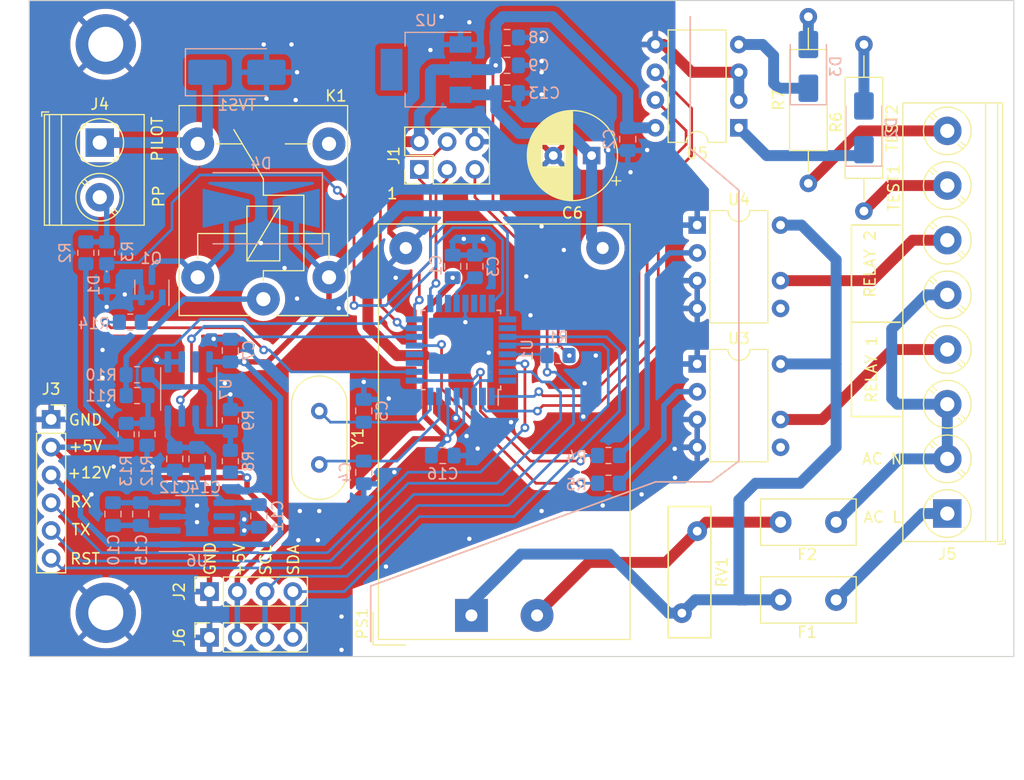
<source format=kicad_pcb>
(kicad_pcb (version 20221018) (generator pcbnew)
  (layers (0 "F.Cu" signal) (31 "B.Cu" signal) (34 "B.Paste" user) (35 "F.Paste" user) (36 "B.SilkS" user "B.Silkscreen") (37 "F.SilkS" user "F.Silkscreen") (38 "B.Mask" user) (39 "F.Mask" user) (44 "Edge.Cuts" user))
  (net 0 "")
  (net 1 "+5V")
  (net 2 "Net-(U1-AREF)")
  (net 3 "GND")
  (net 4 "Net-(U1-XTAL1{slash}PB6)")
  (net 5 "Net-(U1-XTAL2{slash}PB7)")
  (net 6 "+12V")
  (net 7 "Net-(U6-CAP+)")
  (net 8 "Net-(U6-CAP-)")
  (net 9 "-12V")
  (net 10 "/PPREAD")
  (net 11 "Net-(D2-K)")
  (net 12 "Net-(D2-A)")
  (net 13 "Net-(D3-K)")
  (net 14 "Net-(D3-A)")
  (net 15 "/AC_L")
  (net 16 "/AC_L_FUSED")
  (net 17 "/AC_N")
  (net 18 "/AC_N_FUSED")
  (net 19 "/MISO")
  (net 20 "/SCK")
  (net 21 "/MOSI")
  (net 22 "/RST")
  (net 23 "/SCL")
  (net 24 "/SDA")
  (net 25 "/UART_RX")
  (net 26 "/UART_TX")
  (net 27 "/PILOT")
  (net 28 "/PP")
  (net 29 "/ACRELAY1")
  (net 30 "/AC_RELAY2")
  (net 31 "/ACTEST1")
  (net 32 "/ACTEST2")
  (net 33 "/PILOT_AO")
  (net 35 "Net-(Q1-B)")
  (net 36 "/AC_RELAY_CNTRL_2")
  (net 37 "Net-(R4-Pad2)")
  (net 38 "/AC_RELAY_CNTRL_1")
  (net 39 "Net-(R5-Pad2)")
  (net 40 "Net-(U7A--)")
  (net 41 "Net-(R10-Pad1)")
  (net 42 "/PILOTREAD")
  (net 43 "/PILOT_DISCONNECT")
  (net 46 "/PWM")
  (net 54 "/AC_TEST_OUT2")
  (net 55 "/AC_TEST_OUT1")
  (net 58 "Net-(D4-A)")
  (footprint "Package_DIP:DIP-8-N7_W7.62mm" (layer "F.Cu") (at 226.06 49.54)
    (fp_text reference "U4")
    (fp_text value "AQH1213")
  )
  (footprint "Varistor:RV_Disc_D12mm_W3.9mm_P7.5mm" (layer "F.Cu") (at 224.66 85.03 90)
    (fp_text reference "RV1")
    (fp_text value "Varistor")
  )
  (footprint "TerminalBlock_Phoenix:TerminalBlock_Phoenix_PT-1,5-2-5.0-H_1x02_P5.00mm_Horizontal" (layer "F.Cu") (at 171.45 41.99 -90)
    (fp_text reference "J4")
    (fp_text value "Conn_01x02")
  )
  (footprint "Connector_PinSocket_2.54mm:PinSocket_1x06_P2.54mm_Vertical" (layer "F.Cu") (at 167.005 67.31)
    (fp_text reference "J3")
    (fp_text value "Conn_01x06")
  )
  (footprint "Capacitor_THT:CP_Radial_D8.0mm_P3.50mm" (layer "F.Cu") (at 216.408 43.18 180)
    (fp_text reference "C6")
    (fp_text value "100u")
  )
  (footprint "TerminalBlock_Phoenix:TerminalBlock_Phoenix_PT-1,5-8-5.0-H_1x08_P5.00mm_Horizontal" (layer "F.Cu") (at 248.92 75.92 90)
    (fp_text reference "J5")
    (fp_text value "Conn_01x08")
  )
  (footprint "Fuse:Fuse_Littelfuse_395Series" (layer "F.Cu") (at 238.76 76.708 180)
    (fp_text reference "F2")
    (fp_text value "1A")
  )
  (footprint "Package_DIP:DIP-8-N7_W7.62mm" (layer "F.Cu") (at 226.06 62.24)
    (fp_text reference "U3")
    (fp_text value "AQH1213")
  )
  (footprint "Connector_PinSocket_2.54mm:PinSocket_1x04_P2.54mm_Vertical" (layer "F.Cu") (at 181.483 83.058 90)
    (fp_text reference "J2")
    (fp_text value "Conn_01x04")
  )
  (footprint "Resistor_THT:R_Axial_DIN0309_L9.0mm_D3.2mm_P15.24mm_Horizontal" (layer "F.Cu") (at 236.22 45.72 90)
    (fp_text reference "R7")
    (fp_text value "330k")
  )
  (footprint "Connector_PinHeader_2.54mm:PinHeader_2x03_P2.54mm_Vertical" (layer "F.Cu") (at 200.66 44.45 90)
    (fp_text reference "J1")
    (fp_text value "AVR-ISP-6")
  )
  (footprint "MountingHole:MountingHole_3.2mm_M3_ISO14580" (layer "F.Cu") (at 249 33)
    (fp_text reference "H1" hide)
    (fp_text value "MountingHole_Pad")
  )
  (footprint "Connector_PinSocket_2.54mm:PinSocket_1x04_P2.54mm_Vertical" (layer "F.Cu") (at 181.483 87.249 90)
    (fp_text reference "J6")
    (fp_text value "Conn_01x04")
  )
  (footprint "Resistor_THT:R_Axial_DIN0309_L9.0mm_D3.2mm_P15.24mm_Horizontal" (layer "F.Cu") (at 241.3 48.26 90)
    (fp_text reference "R6")
    (fp_text value "330k")
  )
  (footprint "MountingHole:MountingHole_3.2mm_M3_ISO14580" (layer "F.Cu") (at 249 84)
    (fp_text reference "H2" hide)
    (fp_text value "MountingHole_Pad")
  )
  (footprint "Relay_THT:Relay_SPDT_Finder_36.11" (layer "F.Cu") (at 186.405 56.31 90)
    (fp_text reference "K1")
    (fp_text value "FINDER-36.11")
  )
  (footprint "Fuse:Fuse_Littelfuse_395Series" (layer "F.Cu") (at 238.76 83.82 180)
    (fp_text reference "F1")
    (fp_text value "1A")
  )
  (footprint "ACDC:Converter_ACDC_Hi-Link_HLK-5MXX_THT" (layer "F.Cu") (at 205.4225 85.2375 90)
    (fp_text reference "PS1")
    (fp_text value "HLK-5M12")
  )
  (footprint "Package_DIP:DIP-8_W7.62mm" (layer "F.Cu") (at 229.86 40.64 180)
    (fp_text reference "U5")
    (fp_text value "HCPL2731")
  )
  (footprint "Crystal:Crystal_HC49-U_Vertical" (layer "F.Cu") (at 191.516 66.548 -90)
    (fp_text reference "Y1")
    (fp_text value "20M")
  )
  (footprint "MountingHole:MountingHole_3.2mm_M3_ISO14580_Pad_TopBottom" (layer "F.Cu") (at 172 85)
    (fp_text reference "H3" hide)
    (fp_text value "MountingHole_Pad")
  )
  (footprint "Capacitor_SMD:C_0805_2012Metric_Pad1.18x1.45mm_HandSolder" (layer "B.Cu") (at 195.58 66.5265 90)
    (fp_text reference "C5")
    (fp_text value "22p")
  )
  (footprint "Capacitor_SMD:C_0805_2012Metric_Pad1.18x1.45mm_HandSolder" (layer "B.Cu") (at 172.655 75.9675 90)
    (fp_text reference "C10")
    (fp_text value "4u7")
  )
  (footprint "MountingHole:MountingHole_3.2mm_M3_ISO14580_Pad_TopBottom" (layer "B.Cu") (at 172 33 180)
    (fp_text reference "H4" hide)
    (fp_text value "MountingHole_Pad")
  )
  (footprint "Capacitor_SMD:C_0805_2012Metric_Pad1.18x1.45mm_HandSolder" (layer "B.Cu") (at 208.6825 32.385)
    (fp_text reference "C8")
    (fp_text value "4u7")
  )
  (footprint "Resistor_SMD:R_0805_2012Metric_Pad1.20x1.40mm_HandSolder" (layer "B.Cu") (at 174.863 65.131)
    (fp_text reference "R11")
    (fp_text value "200k")
  )
  (footprint "Capacitor_SMD:C_0805_2012Metric_Pad1.18x1.45mm_HandSolder" (layer "B.Cu") (at 203.708 53.3185 90)
    (fp_text reference "C1")
    (fp_text value "100n")
  )
  (footprint "Capacitor_SMD:C_0805_2012Metric_Pad1.18x1.45mm_HandSolder" (layer "B.Cu") (at 178.308 70.9195 -90)
    (fp_text reference "C12")
    (fp_text value "100n")
  )
  (footprint "Resistor_SMD:R_0805_2012Metric_Pad1.20x1.40mm_HandSolder" (layer "B.Cu") (at 175.768 68.671 -90)
    (fp_text reference "R12")
    (fp_text value "100k")
  )
  (footprint "Resistor_SMD:R_0805_2012Metric_Pad1.20x1.40mm_HandSolder" (layer "B.Cu") (at 217.948 70.612)
    (fp_text reference "R4")
    (fp_text value "330")
  )
  (footprint "Resistor_SMD:R_0805_2012Metric_Pad1.20x1.40mm_HandSolder" (layer "B.Cu") (at 170.18 52.0725 90)
    (fp_text reference "R2")
    (fp_text value "1k")
  )
  (footprint "Resistor_SMD:R_0805_2012Metric_Pad1.20x1.40mm_HandSolder" (layer "B.Cu") (at 172.085 52.0725 -90)
    (fp_text reference "R3")
    (fp_text value "10k")
  )
  (footprint "Capacitor_SMD:C_0805_2012Metric_Pad1.18x1.45mm_HandSolder" (layer "B.Cu") (at 180.34 70.9195 -90)
    (fp_text reference "C14")
    (fp_text value "4u7")
  )
  (footprint "Capacitor_SMD:C_0805_2012Metric_Pad1.18x1.45mm_HandSolder" (layer "B.Cu") (at 208.6825 34.925)
    (fp_text reference "C9")
    (fp_text value "100n")
  )
  (footprint "Diode_SMD:D_0402_1005Metric_Pad0.77x0.64mm_HandSolder" (layer "B.Cu") (at 172.085 55.04 -90)
    (fp_text reference "D1")
    (fp_text value "1N4148")
  )
  (footprint "Resistor_SMD:R_0805_2012Metric_Pad1.20x1.40mm_HandSolder" (layer "B.Cu") (at 183.388 71.136 90)
    (fp_text reference "R8")
    (fp_text value "100k")
  )
  (footprint "Package_TO_SOT_SMD:SOT-223-3_TabPin2" (layer "B.Cu") (at 201.27 35.32 180)
    (fp_text reference "U2")
    (fp_text value "AMS1117-5.0")
  )
  (footprint "Resistor_SMD:R_0805_2012Metric_Pad1.20x1.40mm_HandSolder" (layer "B.Cu") (at 213.344 61.468 180)
    (fp_text reference "R1")
    (fp_text value "10k")
  )
  (footprint "Resistor_SMD:R_0805_2012Metric_Pad1.20x1.40mm_HandSolder" (layer "B.Cu") (at 173.863 68.671 -90)
    (fp_text reference "R13")
    (fp_text value "56k")
  )
  (footprint "Diode_SMD:D_SMB_Handsoldering" (layer "B.Cu") (at 183.99 35.56)
    (fp_text reference "TVS1")
    (fp_text value "P6SMB16CA")
  )
  (footprint "Capacitor_SMD:C_0805_2012Metric_Pad1.18x1.45mm_HandSolder" (layer "B.Cu") (at 208.6825 37.465)
    (fp_text reference "C13")
    (fp_text value "100n")
  )
  (footprint "Capacitor_SMD:C_0805_2012Metric_Pad1.18x1.45mm_HandSolder" (layer "B.Cu") (at 175.195 75.9675 90)
    (fp_text reference "C15")
    (fp_text value "4u7")
  )
  (footprint "Capacitor_SMD:C_0805_2012Metric_Pad1.18x1.45mm_HandSolder" (layer "B.Cu") (at 195.58 72.1575 -90)
    (fp_text reference "C4")
    (fp_text value "22p")
  )
  (footprint "Capacitor_SMD:C_0805_2012Metric_Pad1.18x1.45mm_HandSolder" (layer "B.Cu") (at 183.388 61.0135 90)
    (fp_text reference "C7")
    (fp_text value "100n")
  )
  (footprint "Package_SO:SOIC-8_3.9x4.9mm_P1.27mm" (layer "B.Cu") (at 180.34 76.835)
    (fp_text reference "U6")
    (fp_text value "LTC1044")
  )
  (footprint "Package_QFP:TQFP-32_7x7mm_P0.8mm" (layer "B.Cu") (at 204.47 60.96 90)
    (fp_text reference "U1")
    (fp_text value "ATmega328-A")
  )
  (footprint "Resistor_SMD:R_0805_2012Metric_Pad1.20x1.40mm_HandSolder" (layer "B.Cu") (at 217.948 73.152)
    (fp_text reference "R5")
    (fp_text value "330")
  )
  (footprint "Diode_SMD:D_SMA" (layer "B.Cu") (at 241.3 40.64 90)
    (fp_text reference "D2")
    (fp_text value "MBRA340")
  )
  (footprint "Capacitor_SMD:C_0805_2012Metric_Pad1.18x1.45mm_HandSolder" (layer "B.Cu") (at 202.7975 70.612)
    (fp_text reference "C16")
    (fp_text value "100n")
  )
  (footprint "Capacitor_SMD:C_0805_2012Metric_Pad1.18x1.45mm_HandSolder" (layer "B.Cu") (at 219.71 41.6775 -90)
    (fp_text reference "C2")
    (fp_text value "100n")
  )
  (footprint "Diode_SMD:D_SMA" (layer "B.Cu") (at 236.22 35.02 90)
    (fp_text reference "D3")
    (fp_text value "MBRA340")
  )
  (footprint "Resistor_SMD:R_0805_2012Metric_Pad1.20x1.40mm_HandSolder" (layer "B.Cu") (at 174.863 63.226 180)
    (fp_text reference "R10")
    (fp_text value "620")
  )
  (footprint "Capacitor_SMD:C_0805_2012Metric_Pad1.18x1.45mm_HandSolder" (layer "B.Cu") (at 185.99 76.1375 -90)
    (fp_text reference "C11")
    (fp_text value "4u7")
  )
  (footprint "Package_SO:SOIC-8_3.9x4.9mm_P1.27mm" (layer "B.Cu") (at 179.578 64.526 90)
    (fp_text reference "U7")
    (fp_text value "LMV358")
  )
  (footprint "Diode_SMD:D_SMB-SMC_Universal_Handsoldering" (layer "B.Cu") (at 186.2 48 180)
    (fp_text reference "D4")
    (fp_text value "D")
  )
  (footprint "Package_TO_SOT_SMD:SOT-23" (layer "B.Cu") (at 176.215 55.215 90)
    (fp_text reference "Q1")
    (fp_text value "MMBT5550L")
  )
  (footprint "Resistor_SMD:R_0805_2012Metric_Pad1.20x1.40mm_HandSolder" (layer "B.Cu") (at 183.388 67.401 90)
    (fp_text reference "R9")
    (fp_text value "100k")
  )
  (footprint "Capacitor_SMD:C_0805_2012Metric_Pad1.18x1.45mm_HandSolder" (layer "B.Cu") (at 205.74 53.3185 90)
    (fp_text reference "C3")
    (fp_text value "100n")
  )
  (footprint "Resistor_SMD:R_0805_2012Metric_Pad1.20x1.40mm_HandSolder" (layer "B.Cu") (at 174.244 58.42)
    (fp_text reference "R14")
    (fp_text value "330")
  )
  (gr_line (start 222.25 73.025) (end 227.33 73.025) (stroke (width 0.15)) (layer "B.SilkS"))
  (gr_line (start 229.87 46.355) (end 225.425 42.545) (stroke (width 0.15)) (layer "B.SilkS"))
  (gr_line (start 227.33 73.025) (end 229.87 71.12) (stroke (width 0.15)) (layer "B.SilkS"))
  (gr_line (start 229.87 71.12) (end 229.87 46.355) (stroke (width 0.15)) (layer "B.SilkS"))
  (gr_line (start 225.425 42.545) (end 225.425 30.48) (stroke (width 0.15)) (layer "B.SilkS"))
  (gr_line (start 196.215 82.55) (end 222.25 73.025) (stroke (width 0.15)) (layer "B.SilkS"))
  (gr_line (start 196.215 87.63) (end 196.215 82.55) (stroke (width 0.15)) (layer "B.SilkS"))
  (gr_line (start 240.157 58.42) (end 240.157 49.53) (stroke (width 0.15)) (layer "F.SilkS"))
  (gr_line (start 240.157 67.056) (end 240.157 58.42) (stroke (width 0.15)) (layer "F.SilkS"))
  (gr_line (start 240.157 49.53) (end 244.602 49.53) (stroke (width 0.15)) (layer "F.SilkS"))
  (gr_line (start 244.602 67.056) (end 240.157 67.056) (stroke (width 0.15)) (layer "F.SilkS"))
  (gr_line (start 240.157 58.42) (end 244.602 58.42) (stroke (width 0.15)) (layer "F.SilkS"))
  (gr_line (start 255 89) (end 255 29) (stroke (width 0.1)) (layer "Edge.Cuts"))
  (gr_line (start 165 29) (end 165 89) (stroke (width 0.1)) (layer "Edge.Cuts"))
  (gr_line (start 165 89) (end 255 89) (stroke (width 0.1)) (layer "Edge.Cuts"))
  (gr_line (start 255 29) (end 165 29) (stroke (width 0.1)) (layer "Edge.Cuts"))
  (gr_text "AC N" (at 241.046 71.501) (layer "F.SilkS") (effects (font (size 1 1)) (justify left bottom)))
  (gr_text "1" (at 197.612 47.244) (layer "F.SilkS") (effects (font (size 1 1)) (justify left bottom)))
  (gr_text "TEST1" (at 244.602 48.387 90) (layer "F.SilkS") (effects (font (size 1 1)) (justify left bottom)))
  (gr_text "GND" (at 168.529 67.945) (layer "F.SilkS") (effects (font (size 1 1)) (justify left bottom)))
  (gr_text "SCL" (at 187.198 81.661 90) (layer "F.SilkS") (effects (font (size 1 1)) (justify left bottom)))
  (gr_text "RELAY 2" (at 242.443 56.261 90) (layer "F.SilkS") (effects (font (size 1 1)) (justify left bottom)))
  (gr_text "+12V" (at 168.402 72.771) (layer "F.SilkS") (effects (font (size 1 1)) (justify left bottom)))
  (gr_text "TX" (at 168.783 77.978) (layer "F.SilkS") (effects (font (size 1 1)) (justify left bottom)))
  (gr_text "RX" (at 168.656 75.438) (layer "F.SilkS") (effects (font (size 1 1)) (justify left bottom)))
  (gr_text "SDA" (at 189.738 81.661 90) (layer "F.SilkS") (effects (font (size 1 1)) (justify left bottom)))
  (gr_text "RST" (at 168.656 80.645) (layer "F.SilkS") (effects (font (size 1 1)) (justify left bottom)))
  (gr_text "GND" (at 182.118 81.661 90) (layer "F.SilkS") (effects (font (size 1 1)) (justify left bottom)))
  (gr_text "PILOT" (at 177.292 43.815 90) (layer "F.SilkS") (effects (font (size 1 1)) (justify left bottom)))
  (gr_text "PP" (at 177.419 48.006 90) (layer "F.SilkS") (effects (font (size 1 1)) (justify left bottom)))
  (gr_text "TEST2" (at 244.475 42.926 90) (layer "F.SilkS") (effects (font (size 1 1)) (justify left bottom)))
  (gr_text "+5V" (at 168.529 70.358) (layer "F.SilkS") (effects (font (size 1 1)) (justify left bottom)))
  (gr_text "+5V" (at 184.785 81.788 90) (layer "F.SilkS") (effects (font (size 1 1)) (justify left bottom)))
  (gr_text "AC L" (at 241.173 76.835) (layer "F.SilkS") (effects (font (size 1 1)) (justify left bottom)))
  (gr_text "RELAY 1" (at 242.57 65.913 90) (layer "F.SilkS") (effects (font (size 1 1)) (justify left bottom)))
  (segment (start 203.2 69.088) (end 200.152 69.088) (width 0.5) (layer "F.Cu") (net 1))
  (segment (start 200.152 69.088) (end 192.024 77.216) (width 0.5) (layer "F.Cu") (net 1))
  (segment (start 207.391 47.498) (end 207.391 35.179) (width 0.25) (layer "F.Cu") (net 1))
  (segment (start 188.595 77.216) (end 184.023 81.788) (width 0.5) (layer "F.Cu") (net 1))
  (segment (start 203.708 54.356) (end 203.708 54.365305) (width 0.25) (layer "F.Cu") (net 1))
  (segment (start 192.024 77.216) (end 188.595 77.216) (width 0.5) (layer "F.Cu") (net 1))
  (segment (start 203.708 54.365305) (end 203.708 54.864) (width 0.5) (layer "F.Cu") (net 1))
  (segment (start 201.168 61.468) (end 201.168 67.056) (width 0.5) (layer "F.Cu") (net 1))
  (segment (start 184.912 72.644) (end 169.799 72.644) (width 0.5) (layer "F.Cu") (net 1))
  (segment (start 201.168 57.404) (end 201.168 61.468) (width 0.5) (layer "F.Cu") (net 1))
  (segment (start 195.961 58.801) (end 198.628 61.468) (width 1) (layer "F.Cu") (net 1))
  (segment (start 198.628 61.468) (end 201.168 61.468) (width 1) (layer "F.Cu") (net 1))
  (segment (start 214.376 61.468) (end 213.36 60.452) (width 0.25) (layer "F.Cu") (net 1))
  (segment (start 184.912 73.787) (end 188.341 77.216) (width 0.5) (layer "F.Cu") (net 1))
  (segment (start 188.341 77.216) (end 192.024 77.216) (width 0.5) (layer "F.Cu") (net 1))
  (segment (start 184.912 72.644) (end 184.912 73.787) (width 0.5) (layer "F.Cu") (net 1))
  (segment (start 169.799 72.644) (end 167.005 69.85) (width 0.5) (layer "F.Cu") (net 1))
  (segment (start 200.66 41.91) (end 198.374 41.91) (width 1) (layer "F.Cu") (net 1))
  (segment (start 213.36 53.467) (end 207.391 47.498) (width 0.25) (layer "F.Cu") (net 1))
  (segment (start 207.391 35.179) (end 207.645 34.925) (width 0.25) (layer "F.Cu") (net 1))
  (segment (start 203.708 54.864) (end 201.168 57.404) (width 0.5) (layer "F.Cu") (net 1))
  (segment (start 195.961 44.323) (end 195.961 58.801) (width 1) (layer "F.Cu") (net 1))
  (segment (start 198.374 41.91) (end 195.961 44.323) (width 1) (layer "F.Cu") (net 1))
  (segment (start 184.023 81.788) (end 184.023 83.058) (width 0.5) (layer "F.Cu") (net 1))
  (segment (start 213.36 60.452) (end 213.36 53.467) (width 0.25) (layer "F.Cu") (net 1))
  (segment (start 201.168 67.056) (end 203.2 69.088) (width 0.5) (layer "F.Cu") (net 1))
  (via (at 207.645 34.925) (size 0.8) (drill 0.4) (layers "F.Cu" "B.Cu") (net 1))
  (via (at 203.708 54.356) (size 0.8) (drill 0.4) (layers "F.Cu" "B.Cu") (net 1))
  (via (at 214.376 61.468) (size 0.8) (drill 0.4) (layers "F.Cu" "B.Cu") (net 1))
  (via (at 184.912 72.644) (size 0.8) (drill 0.4) (layers "F.Cu" "B.Cu") (net 1))
  (via (at 203.2 69.088) (size 0.8) (drill 0.4) (layers "F.Cu" "B.Cu") (net 1))
  (segment (start 204.724 65.356) (end 204.724 67.564) (width 0.25) (layer "B.Cu") (net 1))
  (segment (start 204.724 67.564) (end 203.2 69.088) (width 0.25) (layer "B.Cu") (net 1))
  (segment (start 203.27 65.21) (end 203.27 69.018) (width 0.25) (layer "B.Cu") (net 1))
  (segment (start 212.852 30.48) (end 219.71 37.338) (width 1) (layer "B.Cu") (net 1))
  (segment (start 183.388 72.136) (end 184.404 72.136) (width 0.25) (layer "B.Cu") (net 1))
  (segment (start 201.916 35.32) (end 204.42 35.32) (width 1) (layer "B.Cu") (net 1))
  (segment (start 167.005 69.85) (end 173.684 69.85) (width 0.5) (layer "B.Cu") (net 1))
  (segment (start 208.28 30.48) (end 212.852 30.48) (width 1) (layer "B.Cu") (net 1))
  (segment (start 202.47 55.66) (end 203.708 54.422) (width 0.25) (layer "B.Cu") (net 1))
  (segment (start 219.71 40.64) (end 222.24 40.64) (width 1) (layer "B.Cu") (net 1))
  (segment (start 214.344 61.468) (end 214.376 61.468) (width 0.25) (layer "B.Cu") (net 1))
  (segment (start 200.66 39.37) (end 201.676 38.354) (width 1) (layer "B.Cu") (net 1))
  (segment (start 207.25 35.32) (end 207.645 34.925) (width 1) (layer "B.Cu") (net 1))
  (segment (start 201.676 35.56) (end 201.916 35.32) (width 1) (layer "B.Cu") (net 1))
  (segment (start 202.47 56.71) (end 202.47 55.66) (width 0.25) (layer "B.Cu") (net 1))
  (segment (start 207.645 31.115) (end 208.28 30.48) (width 1) (layer "B.Cu") (net 1))
  (segment (start 173.684 69.85) (end 173.863 69.671) (width 0.25) (layer "B.Cu") (net 1))
  (segment (start 203.27 69.018) (end 203.2 69.088) (width 0.25) (layer "B.Cu") (net 1))
  (segment (start 207.645 32.385) (end 207.645 34.925) (width 1) (layer "B.Cu") (net 1))
  (segment (start 203.708 54.422) (end 203.708 54.356) (width 0.25) (layer "B.Cu") (net 1))
  (segment (start 201.676 38.354) (end 201.676 35.56) (width 1) (layer "B.Cu") (net 1))
  (segment (start 204.42 35.32) (end 207.25 35.32) (width 1) (layer "B.Cu") (net 1))
  (segment (start 219.71 37.338) (end 219.71 40.64) (width 1) (layer "B.Cu") (net 1))
  (segment (start 207.645 32.385) (end 207.645 31.115) (width 1) (layer "B.Cu") (net 1))
  (segment (start 200.66 41.91) (end 200.66 39.37) (width 1) (layer "B.Cu") (net 1))
  (segment (start 184.023 87.249) (end 184.023 83.058) (width 0.5) (layer "B.Cu") (net 1))
  (segment (start 201.76 70.528) (end 203.2 69.088) (width 0.5) (layer "B.Cu") (net 1))
  (segment (start 170.18 53.0725) (end 170.18 65.988) (width 0.5) (layer "B.Cu") (net 1))
  (segment (start 184.404 72.136) (end 184.912 72.644) (width 0.25) (layer "B.Cu") (net 1))
  (segment (start 201.76 70.612) (end 201.76 70.528) (width 0.5) (layer "B.Cu") (net 1))
  (segment (start 204.87 65.21) (end 204.724 65.356) (width 0.25) (layer "B.Cu") (net 1))
  (segment (start 170.18 65.988) (end 173.863 69.671) (width 0.5) (layer "B.Cu") (net 1))
  (segment (start 204.07 56.71) (end 204.07 55.66) (width 0.25) (layer "B.Cu") (net 2))
  (segment (start 204.07 55.66) (end 205.374 54.356) (width 0.25) (layer "B.Cu") (net 2))
  (segment (start 205.374 54.356) (end 205.74 54.356) (width 0.25) (layer "B.Cu") (net 2))
  (segment (start 225.552 35.56) (end 223.012 33.02) (width 1) (layer "F.Cu") (net 3))
  (segment (start 203.9945 67.183) (end 203.9945 67.8505) (width 0.25) (layer "F.Cu") (net 3))
  (segment (start 229.86 35.56) (end 225.552 35.56) (width 1) (layer "F.Cu") (net 3))
  (segment (start 203.9945 67.8505) (end 204.978 68.834) (width 0.25) (layer "F.Cu") (net 3))
  (segment (start 223.012 33.02) (end 222.24 33.02) (width 1) (layer "F.Cu") (net 3))
  (via (at 189.738 75.692) (size 0.8) (drill 0.4) (layers "F.Cu" "B.Cu") (net 3))
  (via (at 210.82 57.785) (size 0.8) (drill 0.4) (layers "F.Cu" "B.Cu") (net 3))
  (via (at 189.484 56.261) (size 0.8) (drill 0.4) (layers "F.Cu" "B.Cu") (net 3))
  (via (at 217.932 42.672) (size 0.8) (drill 0.4) (layers "F.Cu" "B.Cu") (net 3))
  (via (at 184.658 76.454) (size 0.8) (drill 0.4) (layers "F.Cu" "B.Cu") (net 3))
  (via (at 188.341 53.467) (size 0.8) (drill 0.4) (layers "F.Cu" "B.Cu") (net 3))
  (via (at 198.501 54.356) (size 0.8) (drill 0.4) (layers "F.Cu" "B.Cu") (net 3))
  (via (at 224 70) (size 0.8) (drill 0.4) (layers "F.Cu" "B.Cu") (net 3))
  (via (at 215.773 64.008) (size 0.8) (drill 0.4) (layers "F.Cu" "B.Cu") (net 3))
  (via (at 206.502 50.8) (size 0.8) (drill 0.4) (layers "F.Cu" "B.Cu") (net 3))
  (via (at 207.01 61.214) (size 0.8) (drill 0.4) (layers "F.Cu" "B.Cu") (net 3))
  (via (at 213.868 51.816) (size 0.8) (drill 0.4) (layers "F.Cu" "B.Cu") (net 3))
  (via (at 182.88 64.008) (size 0.8) (drill 0.4) (layers "F.Cu" "B.Cu") (net 3))
  (via (at 204.724 50.8) (size 0.8) (drill 0.4) (layers "F.Cu" "B.Cu") (net 3))
  (via (at 201.676 33.528) (size 0.8) (drill 0.4) (layers "F.Cu" "B.Cu") (net 3))
  (via (at 193.294 57.15) (size 0.8) (drill 0.4) (layers "F.Cu" "B.Cu") (net 3))
  (via (at 184.658 77.47) (size 0.8) (drill 0.4) (layers "F.Cu" "B.Cu") (net 3))
  (via (at 189.484 35.56) (size 0.8) (drill 0.4) (layers "F.Cu" "B.Cu") (net 3))
  (via (at 198.374 72.136) (size 0.8) (drill 0.4) (layers "F.Cu" "B.Cu") (net 3))
  (via (at 205.232 78.232) (size 0.8) (drill 0.4) (layers "F.Cu" "B.Cu") (net 3))
  (via (at 180.34 76.708) (size 0.8) (drill 0.4) (layers "F.Cu" "B.Cu") (net 3))
  (via (at 216.789 61.468) (size 0.8) (drill 0.4) (layers "F.Cu" "B.Cu") (net 3))
  (via (at 193.548 85.344) (size 0.8) (drill 0.4) (layers "F.Cu" "B.Cu") (net 3))
  (via (at 197.612 80.772) (size 0.8) (drill 0.4) (layers "F.Cu" "B.Cu") (net 3))
  (via (at 211.836 37.592) (size 0.8) (drill 0.4) (layers "F.Cu" "B.Cu") (net 3))
  (via (at 209.042 67.564) (size 0.8) (drill 0.4) (layers "F.Cu" "B.Cu") (net 3))
  (via (at 220.98 74.168) (size 0.8) (drill 0.4) (layers "F.Cu" "B.Cu") (net 3))
  (via (at 203.9945 67.183) (size 0.8) (drill 0.4) (layers "F.Cu" "B.Cu") (net 3))
  (via (at 191.389 78.359) (size 0.8) (drill 0.4) (layers "F.Cu" "B.Cu") (net 3))
  (via (at 180.34 75.184) (size 0.8) (drill 0.4) (layers "F.Cu" "B.Cu") (net 3))
  (via (at 171.704 63.5) (size 0.8) (drill 0.4) (layers "F.Cu" "B.Cu") (net 3))
  (via (at 217.424 75.184) (size 0.8) (drill 0.4) (layers "F.Cu" "B.Cu") (net 3))
  (via (at 211.836 32.512) (size 0.8) (drill 0.4) (layers "F.Cu" "B.Cu") (net 3))
  (via (at 170.688 74.168) (size 0.8) (drill 0.4) (layers "F.Cu" "B.Cu") (net 3))
  (via (at 186.182 51.181) (size 0.8) (drill 0.4) (layers "F.Cu" "B.Cu") (net 3))
  (via (at 211.836 34.544) (size 0.8) (drill 0.4) (layers "F.Cu" "B.Cu") (net 3))
  (via (at 173.736 55.88) (size 0.8) (drill 0.4) (layers "F.Cu" "B.Cu") (net 3))
  (via (at 183.388 65.024) (size 0.8) (drill 0.4) (layers "F.Cu" "B.Cu") (net 3))
  (via (at 191.516 75.692) (size 0.8) (drill 0.4) (layers "F.Cu" "B.Cu") (net 3))
  (via (at 205.994 69.977) (size 0.8) (drill 0.4) (layers "F.Cu" "B.Cu") (net 3))
  (via (at 210.439 54.229) (size 0.8) (drill 0.4) (layers "F.Cu" "B.Cu") (net 3))
  (via (at 171.704 60.96) (size 0.8) (drill 0.4) (layers "F.Cu" "B.Cu") (net 3))
  (via (at 211.836 75.692) (size 0.8) (drill 0.4) (layers "F.Cu" "B.Cu") (net 3))
  (via (at 221.488 42.672) (size 0.8) (drill 0.4) (layers "F.Cu" "B.Cu") (net 3))
  (via (at 181.864 59.944) (size 0.8) (drill 0.4) (layers "F.Cu" "B.Cu") (net 3))
  (via (at 211.836 49.657) (size 0.8) (drill 0.4) (layers "F.Cu" "B.Cu") (net 3))
  (via (at 215.646 67.056) (size 0.8) (drill 0.4) (layers "F.Cu" "B.Cu") (net 3))
  (via (at 195.58 63.881) (size 0.8) (drill 0.4) (layers "F.Cu" "B.Cu") (net 3))
  (via (at 172.72 71.628) (size 0.8) (drill 0.4) (layers "F.Cu" "B.Cu") (net 3))
  (via (at 219.964 44.704) (size 0.8) (drill 0.4) (layers "F.Cu" "B.Cu") (net 3))
  (via (at 176.276 71.628) (size 0.8) (drill 0.4) (layers "F.Cu" "B.Cu") (net 3))
  (via (at 211.836 35.56) (size 0.8) (drill 0.4) (layers "F.Cu" "B.Cu") (net 3))
  (via (at 197.866 65.405) (size 0.8) (drill 0.4) (layers "F.Cu" "B.Cu") (net 3))
  (via (at 202.692 30.48) (size 0.8) (drill 0.4) (layers "F.Cu" "B.Cu") (net 3))
  (via (at 189.611 78.359) (size 0.8) (drill 0.4) (layers "F.Cu" "B.Cu") (net 3))
  (via (at 204.87 58.42) (size 0.8) (drill 0.4) (layers "F.Cu" "B.Cu") (net 3))
  (via (at 172.085 57.023) (size 0.8) (drill 0.4) (layers "F.Cu" "B.Cu") (net 3))
  (via (at 204.978 68.834) (size 0.8) (drill 0.4) (layers "F.Cu" "B.Cu") (net 3))
  (via (at 189.357 38.1) (size 0.8) (drill 0.4) (layers "F.Cu" "B.Cu") (net 3))
  (via (at 205.232 30.988) (size 0.8) (drill 0.4) (layers "F.Cu" "B.Cu") (net 3))
  (via (at 193.548 88.392) (size 0.8) (drill 0.4) (layers "F.Cu" "B.Cu") (net 3))
  (via (at 172.212 66.04) (size 0.8) (drill 0.4) (layers "F.Cu" "B.Cu") (net 3))
  (via (at 224.028 72.644) (size 0.8) (drill 0.4) (layers "F.Cu" "B.Cu") (net 3))
  (via (at 186.436 33.02) (size 0.8) (drill 0.4) (layers "F.Cu" "B.Cu") (net 3))
  (via (at 188.976 33.02) (size 0.8) (drill 0.4) (layers "F.Cu" "B.Cu") (net 3))
  (via (at 176.657 61.849) (size 0.8) (drill 0.4) (layers "F.Cu" "B.Cu") (net 3))
  (via (at 186.69 37.973) (size 0.8) (drill 0.4) (layers "F.Cu" "B.Cu") (net 3))
  (segment (start 205.67 65.21) (end 205.67 66.478) (width 0.25) (layer "B.Cu") (net 3))
  (segment (start 207.01 63.754) (end 207.01 62.357) (width 0.25) (layer "B.Cu") (net 3))
  (segment (start 204.87 58.782) (end 204.851 58.801) (width 0.25) (layer "B.Cu") (net 3))
  (segment (start 204.87 56.71) (end 204.87 58.42) (width 0.25) (layer "B.Cu") (net 3))
  (segment (start 205.67 66.478) (end 207.01 67.818) (width 0.25) (layer "B.Cu") (net 3))
  (segment (start 204.07 67.1075) (end 203.9945 67.183) (width 0.25) (layer "B.Cu") (net 3))
  (segment (start 206.201 63.754) (end 207.01 63.754) (width 0.25) (layer "B.Cu") (net 3))
  (segment (start 204.87 58.782) (end 204.87 58.42) (width 0.25) (layer "B.Cu") (net 3))
  (segment (start 207.01 62.357) (end 207.01 61.214) (width 0.25) (layer "B.Cu") (net 3))
  (segment (start 229.86 38.1) (end 229.86 35.56) (width 1) (layer "B.Cu") (net 3))
  (segment (start 205.67 64.285) (end 206.201 63.754) (width 0.25) (layer "B.Cu") (net 3))
  (segment (start 205.67 65.21) (end 205.67 64.285) (width 0.25) (layer "B.Cu") (net 3))
  (segment (start 204.978 68.834) (end 204.978 68.961) (width 0.25) (layer "B.Cu") (net 3))
  (segment (start 204.978 68.961) (end 205.994 69.977) (width 0.25) (layer "B.Cu") (net 3))
  (segment (start 204.07 65.21) (end 204.07 67.1075) (width 0.25) (layer "B.Cu") (net 3))
  (segment (start 198.628 71.12) (end 195.58 71.12) (width 0.25) (layer "B.Cu") (net 4))
  (segment (start 202.47 67.278) (end 198.628 71.12) (width 0.25) (layer "B.Cu") (net 4))
  (segment (start 191.516 71.428) (end 191.824 71.12) (width 0.25) (layer "B.Cu") (net 4))
  (segment (start 202.47 65.21) (end 202.47 67.278) (width 0.25) (layer "B.Cu") (net 4))
  (segment (start 191.824 71.12) (end 195.58 71.12) (width 0.25) (layer "B.Cu") (net 4))
  (segment (start 201.67 65.21) (end 201.67 66.423604) (width 0.25) (layer "B.Cu") (net 5))
  (segment (start 191.516 66.548) (end 192.532 67.564) (width 0.25) (layer "B.Cu") (net 5))
  (segment (start 192.532 67.564) (end 195.58 67.564) (width 0.25) (layer "B.Cu") (net 5))
  (segment (start 201.67 66.423604) (end 200.529604 67.564) (width 0.25) (layer "B.Cu") (net 5))
  (segment (start 200.529604 67.564) (end 195.58 67.564) (width 0.25) (layer "B.Cu") (net 5))
  (segment (start 192.405 56.43132) (end 192.405 54.31) (width 0.5) (layer "F.Cu") (net 6))
  (segment (start 186.78532 62.051) (end 192.405 56.43132) (width 0.5) (layer "F.Cu") (net 6))
  (segment (start 184.664 62.051) (end 186.78532 62.051) (width 0.5) (layer "F.Cu") (net 6))
  (via (at 184.664 62.051) (size 0.8) (drill 0.4) (layers "F.Cu" "B.Cu") (net 6))
  (segment (start 216.408 50.623) (end 217.4225 51.6375) (width 1) (layer "B.Cu") (net 6))
  (segment (start 181.483 62.051) (end 183.388 62.051) (width 0.5) (layer "B.Cu") (net 6))
  (segment (start 217.3725 51.6375) (end 216.408 50.673) (width 1) (layer "B.Cu") (net 6))
  (segment (start 214.376 41.148) (end 216.408 43.18) (width 1) (layer "B.Cu") (net 6))
  (segment (start 209.804 41.148) (end 214.376 41.148) (width 1) (layer "B.Cu") (net 6))
  (segment (start 207.49 37.62) (end 207.645 37.465) (width 1) (layer "B.Cu") (net 6))
  (segment (start 198.963 47.752) (end 216.408 47.752) (width 1) (layer "B.Cu") (net 6))
  (segment (start 172.272775 78.74) (end 169.672 76.139225) (width 0.5) (layer "B.Cu") (net 6))
  (segment (start 187.96 77.724) (end 187.96 65.347) (width 0.5) (layer "B.Cu") (net 6))
  (segment (start 189.4 48) (end 189.4 51.305) (width 0.5) (layer "B.Cu") (net 6))
  (segment (start 216.408 47.752) (end 216.408 50.623) (width 1) (layer "B.Cu") (net 6))
  (segment (start 183.388 62.051) (end 184.664 62.051) (width 0.5) (layer "B.Cu") (net 6))
  (segment (start 169.672 76.139225) (end 169.672 75.057) (width 0.5) (layer "B.Cu") (net 6))
  (segment (start 217.4225 51.6375) (end 217.3725 51.6375) (width 1) (layer "B.Cu") (net 6))
  (segment (start 182.815 78.74) (end 186.944 78.74) (width 0.5) (layer "B.Cu") (net 6))
  (segment (start 189.4 51.305) (end 192.405 54.31) (width 0.5) (layer "B.Cu") (net 6))
  (segment (start 216.408 50.673) (end 216.408 43.18) (width 1) (layer "B.Cu") (net 6))
  (segment (start 204.42 37.62) (end 207.49 37.62) (width 1) (layer "B.Cu") (net 6))
  (segment (start 207.645 37.465) (end 207.645 38.989) (width 1) (layer "B.Cu") (net 6))
  (segment (start 177.865 78.74) (end 172.272775 78.74) (width 0.5) (layer "B.Cu") (net 6))
  (segment (start 192.405 54.31) (end 198.963 47.752) (width 1) (layer "B.Cu") (net 6))
  (segment (start 207.645 38.989) (end 209.804 41.148) (width 1) (layer "B.Cu") (net 6))
  (segment (start 182.815 78.74) (end 177.865 78.74) (width 0.5) (layer "B.Cu") (net 6))
  (segment (start 187.96 65.347) (end 184.664 62.051) (width 0.5) (layer "B.Cu") (net 6))
  (segment (start 169.672 75.057) (end 167.005 72.39) (width 0.5) (layer "B.Cu") (net 6))
  (segment (start 186.944 78.74) (end 187.96 77.724) (width 0.5) (layer "B.Cu") (net 6))
  (segment (start 177.865 77.47) (end 175.66 77.47) (width 0.5) (layer "B.Cu") (net 7))
  (segment (start 175.195 77.005) (end 172.655 77.005) (width 0.5) (layer "B.Cu") (net 7))
  (segment (start 175.66 77.47) (end 175.195 77.005) (width 0.5) (layer "B.Cu") (net 7))
  (segment (start 172.655 74.93) (end 175.195 74.93) (width 0.5) (layer "B.Cu") (net 8))
  (segment (start 177.865 74.93) (end 175.195 74.93) (width 0.5) (layer "B.Cu") (net 8))
  (segment (start 184.847 74.93) (end 185.82 74.93) (width 0.5) (layer "B.Cu") (net 9))
  (segment (start 177.673 68.866) (end 178.308 69.501) (width 0.5) (layer "B.Cu") (net 9))
  (segment (start 180.848 69.882) (end 178.308 69.882) (width 0.5) (layer "B.Cu") (net 9))
  (segment (start 181.864 73.979) (end 182.815 74.93) (width 0.5) (layer "B.Cu") (net 9))
  (segment (start 181.134 69.882) (end 181.864 70.612) (width 0.5) (layer "B.Cu") (net 9))
  (segment (start 180.34 69.882) (end 181.134 69.882) (width 0.5) (layer "B.Cu") (net 9))
  (segment (start 177.673 67.001) (end 177.673 68.866) (width 0.5) (layer "B.Cu") (net 9))
  (segment (start 185.82 74.93) (end 185.99 75.1) (width 0.5) (layer "B.Cu") (net 9))
  (segment (start 181.864 70.612) (end 181.864 73.979) (width 0.5) (layer "B.Cu") (net 9))
  (segment (start 182.815 74.93) (end 184.847 74.93) (width 0.5) (layer "B.Cu") (net 9))
  (segment (start 194.691 47.879) (end 193.167 46.355) (width 0.25) (layer "F.Cu") (net 10))
  (segment (start 194.691 56.896) (end 194.691 47.879) (width 0.25) (layer "F.Cu") (net 10))
  (via (at 194.691 56.896) (size 0.8) (drill 0.4) (layers "F.Cu" "B.Cu") (net 10))
  (via (at 193.167 46.355) (size 0.8) (drill 0.4) (layers "F.Cu" "B.Cu") (net 10))
  (segment (start 178.054 49.911) (end 175.006 52.959) (width 0.25) (layer "B.Cu") (net 10))
  (segment (start 208.72 50.224) (end 207.772 49.276) (width 0.25) (layer "B.Cu") (net 10))
  (segment (start 201.676 50.8) (end 201.676 52.832) (width 0.25) (layer "B.Cu") (net 10))
  (segment (start 178.054 47.498) (end 178.054 49.911) (width 0.25) (layer "B.Cu") (net 10))
  (segment (start 193.167 46.355) (end 191.77 44.958) (width 0.25) (layer "B.Cu") (net 10))
  (segment (start 175.006 52.959) (end 172.1985 52.959) (width 0.25) (layer "B.Cu") (net 10))
  (segment (start 180.594 44.958) (end 178.054 47.498) (width 0.25) (layer "B.Cu") (net 10))
  (segment (start 191.77 44.958) (end 180.594 44.958) (width 0.25) (layer "B.Cu") (net 10))
  (segment (start 208.72 58.16) (end 208.72 50.224) (width 0.25) (layer "B.Cu") (net 10))
  (segment (start 172.085 53.0725) (end 172.085 54.4675) (width 0.5) (layer "B.Cu") (net 10))
  (segment (start 172.1985 52.959) (end 172.085 53.0725) (width 0.25) (layer "B.Cu") (net 10))
  (segment (start 197.612 56.896) (end 194.691 56.896) (width 0.25) (layer "B.Cu") (net 10))
  (segment (start 203.2 49.276) (end 201.676 50.8) (width 0.25) (layer "B.Cu") (net 10))
  (segment (start 201.676 52.832) (end 197.612 56.896) (width 0.25) (layer "B.Cu") (net 10))
  (segment (start 207.772 49.276) (end 203.2 49.276) (width 0.25) (layer "B.Cu") (net 10))
  (segment (start 229.86 40.64) (end 229.87 40.64) (width 1) (layer "B.Cu") (net 11))
  (segment (start 232.41 43.18) (end 240.76 43.18) (width 1) (layer "B.Cu") (net 11))
  (segment (start 229.87 40.64) (end 232.41 43.18) (width 1) (layer "B.Cu") (net 11))
  (segment (start 240.76 43.18) (end 241.3 42.64) (width 1) (layer "B.Cu") (net 11))
  (segment (start 241.3 33.02) (end 241.3 38.64) (width 1) (layer "B.Cu") (net 12))
  (segment (start 229.86 33.02) (end 232.029 33.02) (width 1) (layer "B.Cu") (net 13))
  (segment (start 233.045 34.036) (end 233.045 36.576) (width 1) (layer "B.Cu") (net 13))
  (segment (start 232.029 33.02) (end 233.045 34.036) (width 1) (layer "B.Cu") (net 13))
  (segment (start 233.489 37.02) (end 236.22 37.02) (width 1) (layer "B.Cu") (net 13))
  (segment (start 233.045 36.576) (end 233.489 37.02) (width 1) (layer "B.Cu") (net 13))
  (segment (start 236.22 30.48) (end 236.22 33.02) (width 1) (layer "B.Cu") (net 14))
  (segment (start 238.76 83.82) (end 246.66 75.92) (width 1) (layer "B.Cu") (net 15))
  (segment (start 246.66 75.92) (end 248.92 75.92) (width 1) (layer "B.Cu") (net 15))
  (segment (start 238.76 52.705) (end 238.76 62.23) (width 1) (layer "B.Cu") (net 16))
  (segment (start 235.595 49.54) (end 238.76 52.705) (width 1) (layer "B.Cu") (net 16))
  (segment (start 223.46 85.03) (end 218.059 79.629) (width 1) (layer "B.Cu") (net 16))
  (segment (start 238.76 69.85) (end 235.458 73.152) (width 1) (layer "B.Cu") (net 16))
  (segment (start 218.059 79.629) (end 209.931 79.629) (width 1) (layer "B.Cu") (net 16))
  (segment (start 230.495 83.82) (end 230.505 83.81) (width 1) (layer "B.Cu") (net 16))
  (segment (start 230.505 83.81) (end 225.88 83.81) (width 1) (layer "B.Cu") (net 16))
  (segment (start 235.458 73.152) (end 231.394 73.152) (width 1) (layer "B.Cu") (net 16))
  (segment (start 238.75 62.24) (end 238.76 62.23) (width 1) (layer "B.Cu") (net 16))
  (segment (start 205.4225 84.1375) (end 205.4225 85.2375) (width 1) (layer "B.Cu") (net 16))
  (segment (start 233.68 83.81) (end 230.505 83.81) (width 1) (layer "B.Cu") (net 16))
  (segment (start 238.76 62.23) (end 238.76 69.85) (width 1) (layer "B.Cu") (net 16))
  (segment (start 231.394 73.152) (end 229.87 74.676) (width 1) (layer "B.Cu") (net 16))
  (segment (start 233.68 49.54) (end 235.595 49.54) (width 1) (layer "B.Cu") (net 16))
  (segment (start 209.931 79.629) (end 205.4225 84.1375) (width 1) (layer "B.Cu") (net 16))
  (segment (start 233.68 62.24) (end 238.75 62.24) (width 1) (layer "B.Cu") (net 16))
  (segment (start 229.87 74.676) (end 229.87 83.82) (width 1) (layer "B.Cu") (net 16))
  (segment (start 225.88 83.81) (end 224.66 85.03) (width 1) (layer "B.Cu") (net 16))
  (segment (start 229.87 83.82) (end 230.495 83.82) (width 1) (layer "B.Cu") (net 16))
  (segment (start 224.66 85.03) (end 223.46 85.03) (width 1) (layer "B.Cu") (net 16))
  (segment (start 244.548 70.92) (end 238.76 76.708) (width 1) (layer "B.Cu") (net 17))
  (segment (start 246.975 55.92) (end 248.92 55.92) (width 1) (layer "B.Cu") (net 17))
  (segment (start 243.84 59.055) (end 246.975 55.92) (width 1) (layer "B.Cu") (net 17))
  (segment (start 243.84 65.405) (end 243.84 59.055) (width 1) (layer "B.Cu") (net 17))
  (segment (start 248.92 65.92) (end 244.355 65.92) (width 1) (layer "B.Cu") (net 17))
  (segment (start 248.92 70.92) (end 248.92 65.92) (width 1) (layer "B.Cu") (net 17))
  (segment (start 244.355 65.92) (end 243.84 65.405) (width 1) (layer "B.Cu") (net 17))
  (segment (start 248.92 70.92) (end 244.548 70.92) (width 1) (layer "B.Cu") (net 17))
  (segment (start 223.199 80.391) (end 226.06 77.53) (width 1) (layer "F.Cu") (net 18))
  (segment (start 233.68 76.698) (end 233.67 76.708) (width 1) (layer "F.Cu") (net 18))
  (segment (start 216.154 80.391) (end 223.199 80.391) (width 1) (layer "F.Cu") (net 18))
  (segment (start 211.4225 85.2375) (end 211.4225 85.1225) (width 1) (layer "F.Cu") (net 18))
  (segment (start 233.67 76.708) (end 226.882 76.708) (width 1) (layer "F.Cu") (net 18))
  (segment (start 211.4225 85.1225) (end 216.154 80.391) (width 1) (layer "F.Cu") (net 18))
  (segment (start 226.882 76.708) (end 226.06 77.53) (width 1) (layer "F.Cu") (net 18))
  (segment (start 200.66 45.339) (end 200.66 44.45) (width 0.25) (layer "F.Cu") (net 19))
  (segment (start 201.676 52.832) (end 201.676 46.355) (width 0.25) (layer "F.Cu") (net 19))
  (segment (start 200.66 56.388) (end 200.66 53.848) (width 0.25) (layer "F.Cu") (net 19))
  (segment (start 200.66 53.848) (end 201.676 52.832) (width 0.25) (layer "F.Cu") (net 19))
  (segment (start 201.676 46.355) (end 200.66 45.339) (width 0.25) (layer "F.Cu") (net 19))
  (via (at 200.66 56.388) (size 0.8) (drill 0.4) (layers "F.Cu" "B.Cu") (net 19))
  (segment (start 200.22 58.16) (end 200.22 56.828) (width 0.25) (layer "B.Cu") (net 19))
  (segment (start 200.22 56.828) (end 200.66 56.388) (width 0.25) (layer "B.Cu") (net 19))
  (segment (start 202.184 54.864) (end 202.184 46.355) (width 0.25) (layer "F.Cu") (net 20))
  (segment (start 202.184 46.355) (end 203.2 45.339) (width 0.25) (layer "F.Cu") (net 20))
  (segment (start 203.2 45.339) (end 203.2 44.45) (width 0.25) (layer "F.Cu") (net 20))
  (via (at 202.184 54.864) (size 0.8) (drill 0.4) (layers "F.Cu" "B.Cu") (net 20))
  (segment (start 201.67 55.378) (end 202.184 54.864) (width 0.25) (layer "B.Cu") (net 20))
  (segment (start 201.67 56.71) (end 201.67 55.378) (width 0.25) (layer "B.Cu") (net 20))
  (segment (start 201.93 43.18) (end 203.2 41.91) (width 0.25) (layer "F.Cu") (net 21))
  (segment (start 198.628 58.42) (end 197.104 56.896) (width 0.25) (layer "F.Cu") (net 21))
  (segment (start 199.263 43.18) (end 201.93 43.18) (width 0.25) (layer "F.Cu") (net 21))
  (segment (start 197.104 45.339) (end 199.263 43.18) (width 0.25) (layer "F.Cu") (net 21))
  (segment (start 197.104 56.896) (end 197.104 45.339) (width 0.25) (layer "F.Cu") (net 21))
  (via (at 198.628 58.42) (size 0.8) (drill 0.4) (layers "F.Cu" "B.Cu") (net 21))
  (segment (start 200.22 58.96) (end 199.168 58.96) (width 0.25) (layer "B.Cu") (net 21))
  (segment (start 199.168 58.96) (end 198.628 58.42) (width 0.25) (layer "B.Cu") (net 21))
  (segment (start 205.74 46.99) (end 205.74 44.45) (width 0.25) (layer "F.Cu") (net 22))
  (segment (start 212.344 62.992) (end 212.344 53.594) (width 0.25) (layer "F.Cu") (net 22))
  (segment (start 212.344 53.594) (end 205.74 46.99) (width 0.25) (layer "F.Cu") (net 22))
  (via (at 212.344 62.992) (size 0.8) (drill 0.4) (layers "F.Cu" "B.Cu") (net 22))
  (segment (start 213.106 62.992) (end 212.344 62.992) (width 0.25) (layer "B.Cu") (net 22))
  (segment (start 193.421 80.899) (end 200.152 74.168) (width 0.25) (layer "B.Cu") (net 22))
  (segment (start 214.757 67.691) (end 214.757 64.643) (width 0.25) (layer "B.Cu") (net 22))
  (segment (start 212.344 61.468) (end 212.344 62.992) (width 0.25) (layer "B.Cu") (net 22))
  (segment (start 212.236 61.36) (end 212.344 61.468) (width 0.25) (layer "B.Cu") (net 22))
  (segment (start 208.28 74.168) (end 214.757 67.691) (width 0.25) (layer "B.Cu") (net 22))
  (segment (start 167.005 80.01) (end 167.894 80.899) (width 0.25) (layer "B.Cu") (net 22))
  (segment (start 200.152 74.168) (end 208.28 74.168) (width 0.25) (layer "B.Cu") (net 22))
  (segment (start 208.72 61.36) (end 212.236 61.36) (width 0.25) (layer "B.Cu") (net 22))
  (segment (start 214.757 64.643) (end 213.106 62.992) (width 0.25) (layer "B.Cu") (net 22))
  (segment (start 167.894 80.899) (end 193.421 80.899) (width 0.25) (layer "B.Cu") (net 22))
  (segment (start 194.054604 81.661) (end 200.531604 75.184) (width 0.25) (layer "B.Cu") (net 23))
  (segment (start 208.788 75.184) (end 217.932 66.04) (width 0.25) (layer "B.Cu") (net 23))
  (segment (start 217.415 60.443) (end 208.837 60.443) (width 0.25) (layer "B.Cu") (net 23))
  (segment (start 217.932 60.96) (end 217.415 60.443) (width 0.25) (layer "B.Cu") (net 23))
  (segment (start 186.563 87.249) (end 186.563 83.058) (width 0.5) (layer "B.Cu") (net 23))
  (segment (start 187.96 81.661) (end 194.054604 81.661) (width 0.25) (layer "B.Cu") (net 23))
  (segment (start 217.932 66.04) (end 217.932 60.96) (width 0.25) (layer "B.Cu") (net 23))
  (segment (start 186.563 83.058) (end 187.96 81.661) (width 0.25) (layer "B.Cu") (net 23))
  (segment (start 208.837 60.443) (end 208.72 60.56) (width 0.25) (layer "B.Cu") (net 23))
  (segment (start 200.531604 75.184) (end 208.788 75.184) (width 0.25) (layer "B.Cu") (net 23))
  (segment (start 208.72 59.76) (end 217.748 59.76) (width 0.25) (layer "B.Cu") (net 24))
  (segment (start 189.103 87.249) (end 189.103 83.058) (width 0.5) (layer "B.Cu") (net 24))
  (segment (start 218.948 66.548) (end 209.296 76.2) (width 0.25) (layer "B.Cu") (net 24))
  (segment (start 209.296 76.2) (end 200.66 76.2) (width 0.25) (layer "B.Cu") (net 24))
  (segment (start 200.66 76.2) (end 193.802 83.058) (width 0.25) (layer "B.Cu") (net 24))
  (segment (start 217.748 59.76) (end 218.948 60.96) (width 0.25) (layer "B.Cu") (net 24))
  (segment (start 218.948 60.96) (end 218.948 66.548) (width 0.25) (layer "B.Cu") (net 24))
  (segment (start 193.802 83.058) (end 189.103 83.058) (width 0.25) (layer "B.Cu") (net 24))
  (segment (start 210.312 68.072) (end 210.312 62.2355) (width 0.25) (layer "F.Cu") (net 25))
  (via (at 210.312 68.072) (size 0.8) (drill 0.4) (layers "F.Cu" "B.Cu") (net 25))
  (via (at 210.312 62.2355) (size 0.8) (drill 0.4) (layers "F.Cu" "B.Cu") (net 25))
  (segment (start 206.248 72.136) (end 210.312 68.072) (width 0.25) (layer "B.Cu") (net 25))
  (segment (start 208.72 62.16) (end 210.2365 62.16) (width 0.25) (layer "B.Cu") (net 25))
  (segment (start 192.278 79.502) (end 199.644 72.136) (width 0.25) (layer "B.Cu") (net 25))
  (segment (start 199.644 72.136) (end 206.248 72.136) (width 0.25) (layer "B.Cu") (net 25))
  (segment (start 210.2365 62.16) (end 210.312 62.2355) (width 0.25) (layer "B.Cu") (net 25))
  (segment (start 171.577 79.502) (end 192.278 79.502) (width 0.25) (layer "B.Cu") (net 25))
  (segment (start 167.005 74.93) (end 171.577 79.502) (width 0.25) (layer "B.Cu") (net 25))
  (segment (start 211.836 63.881) (end 212.598 63.881) (width 0.25) (layer "B.Cu") (net 26))
  (segment (start 192.532 80.264) (end 169.799 80.264) (width 0.25) (layer "B.Cu") (net 26))
  (segment (start 199.644 73.152) (end 192.532 80.264) (width 0.25) (layer "B.Cu") (net 26))
  (segment (start 169.799 80.264) (end 167.005 77.47) (width 0.25) (layer "B.Cu") (net 26))
  (segment (start 210.915 62.96) (end 211.836 63.881) (width 0.25) (layer "B.Cu") (net 26))
  (segment (start 212.598 63.881) (end 213.577 64.86) (width 0.25) (layer "B.Cu") (net 26))
  (segment (start 207.772 73.152) (end 199.644 73.152) (width 0.25) (layer "B.Cu") (net 26))
  (segment (start 208.72 62.96) (end 210.915 62.96) (width 0.25) (layer "B.Cu") (net 26))
  (segment (start 213.577 64.86) (end 213.577 67.347) (width 0.25) (layer "B.Cu") (net 26))
  (segment (start 213.577 67.347) (end 207.772 73.152) (width 0.25) (layer "B.Cu") (net 26))
  (segment (start 181.29 35.56) (end 181.29 41.225) (width 1) (layer "B.Cu") (net 27))
  (segment (start 171.45 41.99) (end 180.285 41.99) (width 1) (layer "B.Cu") (net 27))
  (segment (start 180.285 41.99) (end 180.405 42.11) (width 1) (layer "B.Cu") (net 27))
  (segment (start 181.29 41.225) (end 180.405 42.11) (width 1) (layer "B.Cu") (net 27))
  (segment (start 172.085 51.0725) (end 172.085 47.625) (width 0.5) (layer "B.Cu") (net 28))
  (segment (start 172.085 47.625) (end 171.45 46.99) (width 0.5) (layer "B.Cu") (net 28))
  (segment (start 170.18 51.0725) (end 172.085 51.0725) (width 0.5) (layer "B.Cu") (net 28))
  (segment (start 237.48 67.32) (end 233.68 67.32) (width 1) (layer "F.Cu") (net 29))
  (segment (start 243.88 60.92) (end 237.48 67.32) (width 1) (layer "F.Cu") (net 29))
  (segment (start 248.92 60.92) (end 243.88 60.92) (width 1) (layer "F.Cu") (net 29))
  (segment (start 245.752 50.92) (end 248.92 50.92) (width 1) (layer "F.Cu") (net 30))
  (segment (start 233.68 54.62) (end 242.052 54.62) (width 1) (layer "F.Cu") (net 30))
  (segment (start 242.052 54.62) (end 245.752 50.92) (width 1) (layer "F.Cu") (net 30))
  (segment (start 243.64 45.92) (end 241.3 48.26) (width 1) (layer "F.Cu") (net 31))
  (segment (start 248.92 45.92) (end 243.64 45.92) (width 1) (layer "F.Cu") (net 31))
  (segment (start 241.02 40.92) (end 248.92 40.92) (width 1) (layer "F.Cu") (net 32))
  (segment (start 236.22 45.72) (end 241.02 40.92) (width 1) (layer "F.Cu") (net 32))
  (segment (start 173.863 63.226) (end 173.863 61.595) (width 0.5) (layer "B.Cu") (net 33))
  (segment (start 179.148 56.31) (end 186.405 56.31) (width 0.5) (layer "B.Cu") (net 33))
  (segment (start 173.863 65.131) (end 173.863 63.226) (width 0.5) (layer "B.Cu") (net 33))
  (segment (start 173.863 61.595) (end 179.148 56.31) (width 0.5) (layer "B.Cu") (net 33))
  (segment (start 177.165 56.1525) (end 177.165 56.499) (width 0.5) (layer "B.Cu") (net 35))
  (segment (start 177.165 56.499) (end 175.244 58.42) (width 0.5) (layer "B.Cu") (net 35))
  (segment (start 215.392 71.12) (end 215.396299 71.124299) (width 0.25) (layer "F.Cu") (net 36))
  (segment (start 206.248 62.992) (end 206.248 66.548) (width 0.25) (layer "F.Cu") (net 36))
  (segment (start 206.248 66.548) (end 210.82 71.12) (width 0.25) (layer "F.Cu") (net 36))
  (segment (start 210.82 71.12) (end 215.392 71.12) (width 0.25) (layer "F.Cu") (net 36))
  (via (at 206.248 62.992) (size 0.8) (drill 0.4) (layers "F.Cu" "B.Cu") (net 36))
  (via (at 215.396299 71.124299) (size 0.8) (drill 0.4) (layers "F.Cu" "B.Cu") (net 36))
  (segment (start 215.396299 71.124299) (end 215.396299 71.115701) (width 0.25) (layer "B.Cu") (net 36))
  (segment (start 200.22 63.76) (end 205.48 63.76) (width 0.25) (layer "B.Cu") (net 36))
  (segment (start 215.396299 71.115701) (end 215.9 70.612) (width 0.25) (layer "B.Cu") (net 36))
  (segment (start 215.9 70.612) (end 216.948 70.612) (width 0.25) (layer "B.Cu") (net 36))
  (segment (start 205.48 63.76) (end 206.248 62.992) (width 0.25) (layer "B.Cu") (net 36))
  (segment (start 218.948 70.612) (end 221.488 68.072) (width 0.5) (layer "B.Cu") (net 37))
  (segment (start 223.53 52.08) (end 226.06 52.08) (width 0.5) (layer "B.Cu") (net 37))
  (segment (start 221.488 68.072) (end 221.488 54.122) (width 0.5) (layer "B.Cu") (net 37))
  (segment (start 221.488 54.122) (end 223.53 52.08) (width 0.5) (layer "B.Cu") (net 37))
  (segment (start 202.692 60.452) (end 202.692 64.516) (width 0.25) (layer "F.Cu") (net 38))
  (segment (start 211.328 73.152) (end 215.392 73.152) (width 0.25) (layer "F.Cu") (net 38))
  (segment (start 202.692 64.516) (end 211.328 73.152) (width 0.25) (layer "F.Cu") (net 38))
  (via (at 215.392 73.152) (size 0.8) (drill 0.4) (layers "F.Cu" "B.Cu") (net 38))
  (via (at 202.692 60.452) (size 0.8) (drill 0.4) (layers "F.Cu" "B.Cu") (net 38))
  (segment (start 200.22 60.56) (end 202.584 60.56) (width 0.25) (layer "B.Cu") (net 38))
  (segment (start 215.392 73.152) (end 216.948 73.152) (width 0.25) (layer "B.Cu") (net 38))
  (segment (start 202.584 60.56) (end 202.692 60.452) (width 0.25) (layer "B.Cu") (net 38))
  (segment (start 224.272 64.78) (end 226.06 64.78) (width 0.5) (layer "B.Cu") (net 39))
  (segment (start 218.948 73.152) (end 223.012 69.088) (width 0.5) (layer "B.Cu") (net 39))
  (segment (start 223.012 66.04) (end 224.272 64.78) (width 0.5) (layer "B.Cu") (net 39))
  (segment (start 223.012 69.088) (end 223.012 66.04) (width 0.5) (layer "B.Cu") (net 39))
  (segment (start 180.34 68.426) (end 183.363 68.426) (width 0.5) (layer "B.Cu") (net 40))
  (segment (start 183.388 70.136) (end 183.388 68.401) (width 0.5) (layer "B.Cu") (net 40))
  (segment (start 180.213 67.001) (end 180.213 67.554528) (width 0.5) (layer "B.Cu") (net 40))
  (segment (start 183.363 68.426) (end 183.388 68.401) (width 0.5) (layer "B.Cu") (net 40))
  (segment (start 180.213 67.554528) (end 180.34 68.426) (width 0.5) (layer "B.Cu") (net 40))
  (segment (start 176.974 64.337) (end 175.863 63.226) (width 0.5) (layer "B.Cu") (net 41))
  (segment (start 180.848 64.337) (end 176.974 64.337) (width 0.5) (layer "B.Cu") (net 41))
  (segment (start 181.483 64.972) (end 180.848 64.337) (width 0.5) (layer "B.Cu") (net 41))
  (segment (start 181.483 67.001) (end 181.483 64.972) (width 0.5) (layer "B.Cu") (net 41))
  (segment (start 202.184 51.308) (end 202.184 53.34) (width 0.25) (layer "B.Cu") (net 42))
  (segment (start 175.863 67.576) (end 175.768 67.671) (width 0.5) (layer "B.Cu") (net 42))
  (segment (start 174.879 62.424) (end 174.879 64.147) (width 0.25) (layer "B.Cu") (net 42))
  (segment (start 174.879 64.147) (end 175.863 65.131) (width 0.25) (layer "B.Cu") (net 42))
  (segment (start 208.27 55.71) (end 208.27 50.917) (width 0.25) (layer "B.Cu") (net 42))
  (segment (start 175.768 67.671) (end 173.863 67.671) (width 0.5) (layer "B.Cu") (net 42))
  (segment (start 202.184 53.34) (end 196.977 58.547) (width 0.25) (layer "B.Cu") (net 42))
  (segment (start 203.708 49.784) (end 202.184 51.308) (width 0.25) (layer "B.Cu") (net 42))
  (segment (start 178.241 60.519) (end 176.784 60.519) (width 0.25) (layer "B.Cu") (net 42))
  (segment (start 184.754 58.135) (end 180.625 58.135) (width 0.25) (layer "B.Cu") (net 42))
  (segment (start 176.784 60.519) (end 174.879 62.424) (width 0.25) (layer "B.Cu") (net 42))
  (segment (start 208.27 50.917) (end 207.137 49.784) (width 0.25) (layer "B.Cu") (net 42))
  (segment (start 185.166 58.547) (end 184.754 58.135) (width 0.25) (layer "B.Cu") (net 42))
  (segment (start 175.863 65.131) (end 175.863 67.576) (width 0.5) (layer "B.Cu") (net 42))
  (segment (start 207.27 56.71) (end 208.27 55.71) (width 0.25) (layer "B.Cu") (net 42))
  (segment (start 180.625 58.135) (end 178.241 60.519) (width 0.25) (layer "B.Cu") (net 42))
  (segment (start 196.977 58.547) (end 185.166 58.547) (width 0.25) (layer "B.Cu") (net 42))
  (segment (start 207.137 49.784) (end 203.708 49.784) (width 0.25) (layer "B.Cu") (net 42))
  (segment (start 172.466 58.928) (end 184.404 58.928) (width 0.25) (layer "F.Cu") (net 43))
  (segment (start 184.404 58.928) (end 186.436 60.96) (width 0.25) (layer "F.Cu") (net 43))
  (segment (start 171.958 58.42) (end 172.466 58.928) (width 0.25) (layer "F.Cu") (net 43))
  (via (at 171.958 58.42) (size 0.8) (drill 0.4) (layers "F.Cu" "B.Cu") (net 43))
  (via (at 186.436 60.96) (size 0.8) (drill 0.4) (layers "F.Cu" "B.Cu") (net 43))
  (segment (start 171.958 58.42) (end 173.244 58.42) (width 0.25) (layer "B.Cu") (net 43))
  (segment (start 200.22 62.96) (end 188.944 62.96) (width 0.25) (layer "B.Cu") (net 43))
  (segment (start 187.452 61.468) (end 186.944 60.96) (width 0.25) (layer "B.Cu") (net 43))
  (segment (start 186.944 60.96) (end 186.436 60.96) (width 0.25) (layer "B.Cu") (net 43))
  (segment (start 188.944 62.96) (end 187.452 61.468) (width 0.25) (layer "B.Cu") (net 43))
  (segment (start 179.836299 64.511701) (end 178.816 65.532) (width 0.25) (layer "F.Cu") (net 46))
  (segment (start 179.836299 59.948299) (end 179.836299 64.511701) (width 0.25) (layer "F.Cu") (net 46))
  (via (at 179.836299 59.948299) (size 0.8) (drill 0.4) (layers "F.Cu" "B.Cu") (net 46))
  (via (at 178.816 65.532) (size 0.8) (drill 0.4) (layers "F.Cu" "B.Cu") (net 46))
  (segment (start 178.943 67.001) (end 178.943 65.659) (width 0.25) (layer "B.Cu") (net 46))
  (segment (start 184.531 58.801) (end 180.983598 58.801) (width 0.25) (layer "B.Cu") (net 46))
  (segment (start 200.22 59.76) (end 185.49 59.76) (width 0.25) (layer "B.Cu") (net 46))
  (segment (start 180.983598 58.801) (end 179.836299 59.948299) (width 0.25) (layer "B.Cu") (net 46))
  (segment (start 178.943 65.659) (end 178.816 65.532) (width 0.25) (layer "B.Cu") (net 46))
  (segment (start 185.49 59.76) (end 184.531 58.801) (width 0.25) (layer "B.Cu") (net 46))
  (segment (start 211.455 66.548) (end 211.963 66.04) (width 0.25) (layer "F.Cu") (net 54))
  (segment (start 222.504 46.228) (end 225.552 43.18) (width 0.25) (layer "F.Cu") (net 54))
  (segment (start 216.916 66.04) (end 222.504 60.452) (width 0.25) (layer "F.Cu") (net 54))
  (segment (start 225.552 43.18) (end 225.552 38.872) (width 0.25) (layer "F.Cu") (net 54))
  (segment (start 225.552 38.872) (end 222.24 35.56) (width 0.25) (layer "F.Cu") (net 54))
  (segment (start 211.963 66.04) (end 216.916 66.04) (width 0.25) (layer "F.Cu") (net 54))
  (segment (start 222.504 60.452) (end 222.504 46.228) (width 0.25) (layer "F.Cu") (net 54))
  (via (at 211.455 66.548) (size 0.8) (drill 0.4) (layers "F.Cu" "B.Cu") (net 54))
  (segment (start 206.47 66.262) (end 206.47 65.21) (width 0.25) (layer "B.Cu") (net 54))
  (segment (start 206.756 66.548) (end 206.47 66.262) (width 0.25) (layer "B.Cu") (net 54))
  (segment (start 211.455 66.548) (end 206.756 66.548) (width 0.25) (layer "B.Cu") (net 54))
  (segment (start 216.281 65.151) (end 221.488 59.944) (width 0.25) (layer "F.Cu") (net 55))
  (segment (start 211.582 64.77) (end 211.963 65.151) (width 0.25) (layer "F.Cu") (net 55))
  (segment (start 225.044 40.904) (end 222.24 38.1) (width 0.25) (layer "F.Cu") (net 55))
  (segment (start 221.488 45.72) (end 225.044 42.164) (width 0.25) (layer "F.Cu") (net 55))
  (segment (start 221.488 59.944) (end 221.488 45.72) (width 0.25) (layer "F.Cu") (net 55))
  (segment (start 211.963 65.151) (end 216.281 65.151) (width 0.25) (layer "F.Cu") (net 55))
  (segment (start 225.044 42.164) (end 225.044 40.904) (width 0.25) (layer "F.Cu") (net 55))
  (via (at 211.582 64.77) (size 0.8) (drill 0.4) (layers "F.Cu" "B.Cu") (net 55))
  (segment (start 211.582 64.77) (end 211.142 65.21) (width 0.25) (layer "B.Cu") (net 55))
  (segment (start 211.142 65.21) (end 207.27 65.21) (width 0.25) (layer "B.Cu") (net 55))
  (segment (start 183 48) (end 183 51.715) (width 0.5) (layer "B.Cu") (net 58))
  (segment (start 176.215 53.401) (end 176.784 52.832) (width 0.5) (layer "B.Cu") (net 58))
  (segment (start 183 51.715) (end 180.405 54.31) (width 0.5) (layer "B.Cu") (net 58))
  (segment (start 176.215 54.2775) (end 176.215 53.401) (width 0.5) (layer "B.Cu") (net 58))
  (segment (start 176.784 52.832) (end 178.927 52.832) (width 0.5) (layer "B.Cu") (net 58))
  (segment (start 178.927 52.832) (end 180.405 54.31) (width 0.5) (layer "B.Cu") (net 58))
  (zone (net 3) (net_name "GND") (layers "F&B.Cu") (connect_pads (clearance 0.5)) (min_thickness 0.25) (fill yes (thermal_gap 0.5) (thermal_bridge_width 0.5))
    (polygon (pts (xy 162.56 90.424) (xy 194.564 90.424) (xy 194.564 82.804) (xy 213.868 75.692) (xy 219.964 75.692) (xy 223.52 73.152) (xy 225 73.152) (xy 227.124 71.12) (xy 227.124 46.228) (xy 224.06 42.672) (xy 224.06 28.956) (xy 163.068 28.956)))
  )
  (zone (net 0) (net_name "") (layers "F&B.Cu") (connect_pads (clearance 0)) (min_thickness 0.25)
    (keepout (tracks allowed) (vias not_allowed) (pads not_allowed) (copperpour not_allowed) (footprints allowed))
    (fill (thermal_gap 0.5) (thermal_bridge_width 0.5))
    (polygon (pts (xy 188.722 62.992) (xy 194.31 62.992) (xy 194.31 74.93) (xy 188.722 74.93)))
  )
)
</source>
